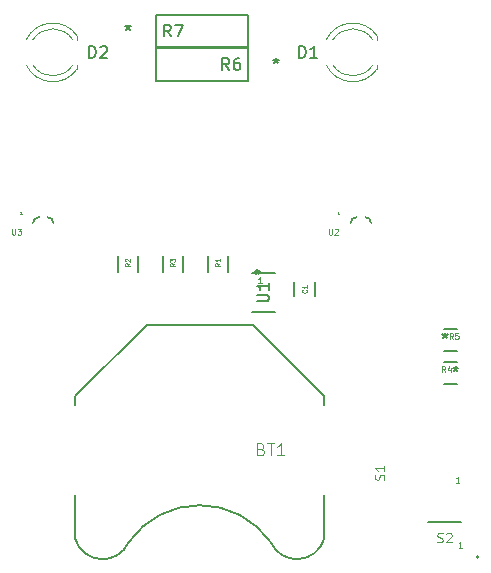
<source format=gto>
G04 #@! TF.GenerationSoftware,KiCad,Pcbnew,(5.1.4)-1*
G04 #@! TF.CreationDate,2020-02-07T15:18:06-05:00*
G04 #@! TF.ProjectId,ledFlasherCircuit,6c656446-6c61-4736-9865-724369726375,rev?*
G04 #@! TF.SameCoordinates,Original*
G04 #@! TF.FileFunction,Legend,Top*
G04 #@! TF.FilePolarity,Positive*
%FSLAX46Y46*%
G04 Gerber Fmt 4.6, Leading zero omitted, Abs format (unit mm)*
G04 Created by KiCad (PCBNEW (5.1.4)-1) date 2020-02-07 15:18:06*
%MOMM*%
%LPD*%
G04 APERTURE LIST*
%ADD10C,0.050000*%
%ADD11C,0.125000*%
%ADD12C,0.127000*%
%ADD13C,0.152400*%
%ADD14C,0.120000*%
%ADD15C,0.200000*%
%ADD16C,0.150000*%
G04 APERTURE END LIST*
D10*
X112942362Y-58124396D02*
X112828077Y-58124396D01*
X112885220Y-58124396D02*
X112885220Y-57924396D01*
X112866172Y-57952967D01*
X112847124Y-57972015D01*
X112828077Y-57981539D01*
X139810482Y-58144716D02*
X139696197Y-58144716D01*
X139753340Y-58144716D02*
X139753340Y-57944716D01*
X139734292Y-57973287D01*
X139715244Y-57992335D01*
X139696197Y-58001859D01*
D11*
X133259177Y-63992890D02*
X132973462Y-63992890D01*
X133116320Y-63992890D02*
X133116320Y-63492890D01*
X133068700Y-63564319D01*
X133021081Y-63611938D01*
X132973462Y-63635747D01*
X150206057Y-86377910D02*
X149920342Y-86377910D01*
X150063200Y-86377910D02*
X150063200Y-85877910D01*
X150015580Y-85949339D01*
X149967961Y-85996958D01*
X149920342Y-86020767D01*
X150002857Y-80871190D02*
X149717142Y-80871190D01*
X149860000Y-80871190D02*
X149860000Y-80371190D01*
X149812380Y-80442619D01*
X149764761Y-80490238D01*
X149717142Y-80514047D01*
D12*
X140765000Y-58892000D02*
G75*
G02X141315000Y-58392000I525000J-25000D01*
G01*
X142515000Y-58892000D02*
G75*
G03X142015000Y-58392000I-500000J0D01*
G01*
D13*
X132393001Y-66397000D02*
X134397001Y-66397000D01*
X134397001Y-63143000D02*
X132393001Y-63143000D01*
X132079700Y-41256900D02*
X124325700Y-41256900D01*
X124325700Y-41256900D02*
X124325700Y-44010900D01*
X124325700Y-44010900D02*
X132079700Y-44010900D01*
X132079700Y-44010900D02*
X132079700Y-41256900D01*
D12*
X115630000Y-58897400D02*
G75*
G03X115130000Y-58397400I-500000J0D01*
G01*
X113880000Y-58897400D02*
G75*
G02X114430000Y-58397400I525000J-25000D01*
G01*
D13*
X124325680Y-44099160D02*
X124325680Y-46853160D01*
X132079680Y-44099160D02*
X124325680Y-44099160D01*
X132079680Y-46853160D02*
X132079680Y-44099160D01*
X124325680Y-46853160D02*
X132079680Y-46853160D01*
D14*
X138726758Y-45530724D02*
G75*
G03X143030000Y-45848749I2243242J1080724D01*
G01*
X138726758Y-43369276D02*
G75*
G02X143030000Y-43051251I2243242J-1080724D01*
G01*
X139287287Y-45530961D02*
G75*
G03X142653330Y-45530000I1682713J1080961D01*
G01*
X139287287Y-43369039D02*
G75*
G02X142653330Y-43370000I1682713J-1080961D01*
G01*
X143030000Y-45849000D02*
X143030000Y-45530000D01*
X143030000Y-43370000D02*
X143030000Y-43051000D01*
D13*
X149755650Y-70700900D02*
X148694350Y-70700900D01*
X148694350Y-72555100D02*
X149755650Y-72555100D01*
X148694350Y-69761100D02*
X149755650Y-69761100D01*
X149755650Y-67906900D02*
X148694350Y-67906900D01*
D12*
X150135000Y-84170000D02*
X147335000Y-84170000D01*
D15*
X151635000Y-87170000D02*
G75*
G03X151635000Y-87170000I-100000J0D01*
G01*
D14*
X113326758Y-45530724D02*
G75*
G03X117630000Y-45848749I2243242J1080724D01*
G01*
X113326758Y-43369276D02*
G75*
G02X117630000Y-43051251I2243242J-1080724D01*
G01*
X113887287Y-45530961D02*
G75*
G03X117253330Y-45530000I1682713J1080961D01*
G01*
X113887287Y-43369039D02*
G75*
G02X117253330Y-43370000I1682713J-1080961D01*
G01*
X117630000Y-45849000D02*
X117630000Y-45530000D01*
X117630000Y-43370000D02*
X117630000Y-43051000D01*
D12*
X138560000Y-85605000D02*
X138560000Y-81915000D01*
X134004999Y-85905008D02*
G75*
G03X138560000Y-85605000I2222161J990218D01*
G01*
X122005042Y-85904939D02*
G75*
G02X134005000Y-85905000I5999958J-4201261D01*
G01*
X117450006Y-85605006D02*
G75*
G03X122005000Y-85905000I2332834J690216D01*
G01*
X117450000Y-81915000D02*
X117450000Y-85605000D01*
X117450000Y-73525000D02*
X117450000Y-74295000D01*
X123505000Y-67535000D02*
X117450000Y-73525000D01*
X132505000Y-67535000D02*
X123505000Y-67535000D01*
X138560000Y-73525000D02*
X132505000Y-67535000D01*
X138560000Y-74295000D02*
X138560000Y-73525000D01*
X136006000Y-65037000D02*
X136006000Y-63897000D01*
X137806000Y-65037000D02*
X137806000Y-63897000D01*
X128690000Y-63007500D02*
X128690000Y-61667500D01*
X130390000Y-63007500D02*
X130390000Y-61667500D01*
X122770000Y-63007500D02*
X122770000Y-61667500D01*
X121070000Y-63007500D02*
X121070000Y-61667500D01*
X124880000Y-63007500D02*
X124880000Y-61667500D01*
X126580000Y-63007500D02*
X126580000Y-61667500D01*
D10*
X138930427Y-59367930D02*
X138930427Y-59772692D01*
X138954237Y-59820311D01*
X138978046Y-59844120D01*
X139025665Y-59867930D01*
X139120903Y-59867930D01*
X139168522Y-59844120D01*
X139192332Y-59820311D01*
X139216141Y-59772692D01*
X139216141Y-59367930D01*
X139430427Y-59415549D02*
X139454237Y-59391740D01*
X139501856Y-59367930D01*
X139620903Y-59367930D01*
X139668522Y-59391740D01*
X139692332Y-59415549D01*
X139716141Y-59463168D01*
X139716141Y-59510787D01*
X139692332Y-59582216D01*
X139406618Y-59867930D01*
X139716141Y-59867930D01*
D16*
X132847381Y-65531904D02*
X133656905Y-65531904D01*
X133752143Y-65484285D01*
X133799762Y-65436666D01*
X133847381Y-65341428D01*
X133847381Y-65150952D01*
X133799762Y-65055714D01*
X133752143Y-65008095D01*
X133656905Y-64960476D01*
X132847381Y-64960476D01*
X133847381Y-63960476D02*
X133847381Y-64531904D01*
X133847381Y-64246190D02*
X132847381Y-64246190D01*
X132990239Y-64341428D01*
X133085477Y-64436666D01*
X133133096Y-64531904D01*
X132892800Y-62789820D02*
X132892800Y-63027916D01*
X132654704Y-62932678D02*
X132892800Y-63027916D01*
X133130895Y-62932678D01*
X132749942Y-63218392D02*
X132892800Y-63027916D01*
X133035657Y-63218392D01*
X125576033Y-43086280D02*
X125242700Y-42610090D01*
X125004604Y-43086280D02*
X125004604Y-42086280D01*
X125385557Y-42086280D01*
X125480795Y-42133900D01*
X125528414Y-42181519D01*
X125576033Y-42276757D01*
X125576033Y-42419614D01*
X125528414Y-42514852D01*
X125480795Y-42562471D01*
X125385557Y-42610090D01*
X125004604Y-42610090D01*
X125909366Y-42086280D02*
X126576033Y-42086280D01*
X126147461Y-43086280D01*
X121932700Y-42086280D02*
X121932700Y-42324376D01*
X121694604Y-42229138D02*
X121932700Y-42324376D01*
X122170795Y-42229138D01*
X121789842Y-42514852D02*
X121932700Y-42324376D01*
X122075557Y-42514852D01*
D10*
X112115647Y-59375550D02*
X112115647Y-59780312D01*
X112139457Y-59827931D01*
X112163266Y-59851740D01*
X112210885Y-59875550D01*
X112306123Y-59875550D01*
X112353742Y-59851740D01*
X112377552Y-59827931D01*
X112401361Y-59780312D01*
X112401361Y-59375550D01*
X112591838Y-59375550D02*
X112901361Y-59375550D01*
X112734695Y-59566026D01*
X112806123Y-59566026D01*
X112853742Y-59589836D01*
X112877552Y-59613645D01*
X112901361Y-59661264D01*
X112901361Y-59780312D01*
X112877552Y-59827931D01*
X112853742Y-59851740D01*
X112806123Y-59875550D01*
X112663266Y-59875550D01*
X112615647Y-59851740D01*
X112591838Y-59827931D01*
D16*
X130496013Y-45928540D02*
X130162680Y-45452350D01*
X129924584Y-45928540D02*
X129924584Y-44928540D01*
X130305537Y-44928540D01*
X130400775Y-44976160D01*
X130448394Y-45023779D01*
X130496013Y-45119017D01*
X130496013Y-45261874D01*
X130448394Y-45357112D01*
X130400775Y-45404731D01*
X130305537Y-45452350D01*
X129924584Y-45452350D01*
X131353156Y-44928540D02*
X131162680Y-44928540D01*
X131067441Y-44976160D01*
X131019822Y-45023779D01*
X130924584Y-45166636D01*
X130876965Y-45357112D01*
X130876965Y-45738064D01*
X130924584Y-45833302D01*
X130972203Y-45880921D01*
X131067441Y-45928540D01*
X131257918Y-45928540D01*
X131353156Y-45880921D01*
X131400775Y-45833302D01*
X131448394Y-45738064D01*
X131448394Y-45499969D01*
X131400775Y-45404731D01*
X131353156Y-45357112D01*
X131257918Y-45309493D01*
X131067441Y-45309493D01*
X130972203Y-45357112D01*
X130924584Y-45404731D01*
X130876965Y-45499969D01*
X134472680Y-44928540D02*
X134472680Y-45166636D01*
X134234584Y-45071398D02*
X134472680Y-45166636D01*
X134710775Y-45071398D01*
X134329822Y-45357112D02*
X134472680Y-45166636D01*
X134615537Y-45357112D01*
X136421904Y-44902380D02*
X136421904Y-43902380D01*
X136660000Y-43902380D01*
X136802857Y-43950000D01*
X136898095Y-44045238D01*
X136945714Y-44140476D01*
X136993333Y-44330952D01*
X136993333Y-44473809D01*
X136945714Y-44664285D01*
X136898095Y-44759523D01*
X136802857Y-44854761D01*
X136660000Y-44902380D01*
X136421904Y-44902380D01*
X137945714Y-44902380D02*
X137374285Y-44902380D01*
X137660000Y-44902380D02*
X137660000Y-43902380D01*
X137564761Y-44045238D01*
X137469523Y-44140476D01*
X137374285Y-44188095D01*
D11*
X148816546Y-71529070D02*
X148649880Y-71290975D01*
X148530832Y-71529070D02*
X148530832Y-71029070D01*
X148721308Y-71029070D01*
X148768927Y-71052880D01*
X148792737Y-71076689D01*
X148816546Y-71124308D01*
X148816546Y-71195737D01*
X148792737Y-71243356D01*
X148768927Y-71267165D01*
X148721308Y-71290975D01*
X148530832Y-71290975D01*
X149245118Y-71195737D02*
X149245118Y-71529070D01*
X149126070Y-71005260D02*
X149007022Y-71362403D01*
X149316546Y-71362403D01*
D16*
X149672040Y-71009260D02*
X149672040Y-71247356D01*
X149433944Y-71152118D02*
X149672040Y-71247356D01*
X149910135Y-71152118D01*
X149529182Y-71437832D02*
X149672040Y-71247356D01*
X149814897Y-71437832D01*
D11*
X149446466Y-68707130D02*
X149279800Y-68469035D01*
X149160752Y-68707130D02*
X149160752Y-68207130D01*
X149351228Y-68207130D01*
X149398847Y-68230940D01*
X149422657Y-68254749D01*
X149446466Y-68302368D01*
X149446466Y-68373797D01*
X149422657Y-68421416D01*
X149398847Y-68445225D01*
X149351228Y-68469035D01*
X149160752Y-68469035D01*
X149898847Y-68207130D02*
X149660752Y-68207130D01*
X149636942Y-68445225D01*
X149660752Y-68421416D01*
X149708371Y-68397606D01*
X149827419Y-68397606D01*
X149875038Y-68421416D01*
X149898847Y-68445225D01*
X149922657Y-68492844D01*
X149922657Y-68611892D01*
X149898847Y-68659511D01*
X149875038Y-68683320D01*
X149827419Y-68707130D01*
X149708371Y-68707130D01*
X149660752Y-68683320D01*
X149636942Y-68659511D01*
D16*
X148777960Y-68179700D02*
X148777960Y-68417796D01*
X148539864Y-68322558D02*
X148777960Y-68417796D01*
X149016055Y-68322558D01*
X148635102Y-68608272D02*
X148777960Y-68417796D01*
X148920817Y-68608272D01*
D10*
X148126398Y-85889532D02*
X148240945Y-85927714D01*
X148431859Y-85927714D01*
X148508224Y-85889532D01*
X148546406Y-85851349D01*
X148584589Y-85774984D01*
X148584589Y-85698619D01*
X148546406Y-85622253D01*
X148508224Y-85584071D01*
X148431859Y-85545888D01*
X148279128Y-85507706D01*
X148202763Y-85469523D01*
X148164580Y-85431340D01*
X148126398Y-85354975D01*
X148126398Y-85278610D01*
X148164580Y-85202245D01*
X148202763Y-85164062D01*
X148279128Y-85125879D01*
X148470041Y-85125879D01*
X148584589Y-85164062D01*
X148890050Y-85202245D02*
X148928233Y-85164062D01*
X149004598Y-85125879D01*
X149195511Y-85125879D01*
X149271876Y-85164062D01*
X149310059Y-85202245D01*
X149348241Y-85278610D01*
X149348241Y-85354975D01*
X149310059Y-85469523D01*
X148851867Y-85927714D01*
X149348241Y-85927714D01*
D16*
X118641904Y-44902380D02*
X118641904Y-43902380D01*
X118880000Y-43902380D01*
X119022857Y-43950000D01*
X119118095Y-44045238D01*
X119165714Y-44140476D01*
X119213333Y-44330952D01*
X119213333Y-44473809D01*
X119165714Y-44664285D01*
X119118095Y-44759523D01*
X119022857Y-44854761D01*
X118880000Y-44902380D01*
X118641904Y-44902380D01*
X119594285Y-43997619D02*
X119641904Y-43950000D01*
X119737142Y-43902380D01*
X119975238Y-43902380D01*
X120070476Y-43950000D01*
X120118095Y-43997619D01*
X120165714Y-44092857D01*
X120165714Y-44188095D01*
X120118095Y-44330952D01*
X119546666Y-44902380D01*
X120165714Y-44902380D01*
D10*
X133199285Y-78033571D02*
X133342142Y-78081190D01*
X133389761Y-78128809D01*
X133437380Y-78224047D01*
X133437380Y-78366904D01*
X133389761Y-78462142D01*
X133342142Y-78509761D01*
X133246904Y-78557380D01*
X132865952Y-78557380D01*
X132865952Y-77557380D01*
X133199285Y-77557380D01*
X133294523Y-77605000D01*
X133342142Y-77652619D01*
X133389761Y-77747857D01*
X133389761Y-77843095D01*
X133342142Y-77938333D01*
X133294523Y-77985952D01*
X133199285Y-78033571D01*
X132865952Y-78033571D01*
X133723095Y-77557380D02*
X134294523Y-77557380D01*
X134008809Y-78557380D02*
X134008809Y-77557380D01*
X135151666Y-78557380D02*
X134580238Y-78557380D01*
X134865952Y-78557380D02*
X134865952Y-77557380D01*
X134770714Y-77700238D01*
X134675476Y-77795476D01*
X134580238Y-77843095D01*
X137046607Y-64533356D02*
X137065355Y-64552104D01*
X137084102Y-64608347D01*
X137084102Y-64645842D01*
X137065355Y-64702085D01*
X137027859Y-64739581D01*
X136990364Y-64758328D01*
X136915373Y-64777076D01*
X136859130Y-64777076D01*
X136784140Y-64758328D01*
X136746644Y-64739581D01*
X136709149Y-64702085D01*
X136690401Y-64645842D01*
X136690401Y-64608347D01*
X136709149Y-64552104D01*
X136727897Y-64533356D01*
X137084102Y-64158403D02*
X137084102Y-64383375D01*
X137084102Y-64270889D02*
X136690401Y-64270889D01*
X136746644Y-64308384D01*
X136784140Y-64345880D01*
X136802887Y-64383375D01*
X143606753Y-80647035D02*
X143644915Y-80532551D01*
X143644915Y-80341742D01*
X143606753Y-80265419D01*
X143568592Y-80227258D01*
X143492268Y-80189096D01*
X143415945Y-80189096D01*
X143339622Y-80227258D01*
X143301460Y-80265419D01*
X143263299Y-80341742D01*
X143225137Y-80494389D01*
X143186975Y-80570712D01*
X143148814Y-80608874D01*
X143072491Y-80647035D01*
X142996167Y-80647035D01*
X142919844Y-80608874D01*
X142881683Y-80570712D01*
X142843521Y-80494389D01*
X142843521Y-80303581D01*
X142881683Y-80189096D01*
X143644915Y-79425864D02*
X143644915Y-79883803D01*
X143644915Y-79654833D02*
X142843521Y-79654833D01*
X142958006Y-79731157D01*
X143034329Y-79807480D01*
X143072491Y-79883803D01*
X129718102Y-62295616D02*
X129530626Y-62426850D01*
X129718102Y-62520588D02*
X129324401Y-62520588D01*
X129324401Y-62370607D01*
X129343149Y-62333112D01*
X129361897Y-62314364D01*
X129399392Y-62295616D01*
X129455635Y-62295616D01*
X129493130Y-62314364D01*
X129511878Y-62333112D01*
X129530626Y-62370607D01*
X129530626Y-62520588D01*
X129718102Y-61920663D02*
X129718102Y-62145635D01*
X129718102Y-62033149D02*
X129324401Y-62033149D01*
X129380644Y-62070644D01*
X129418140Y-62108140D01*
X129436887Y-62145635D01*
X122098102Y-62295616D02*
X121910626Y-62426850D01*
X122098102Y-62520588D02*
X121704401Y-62520588D01*
X121704401Y-62370607D01*
X121723149Y-62333112D01*
X121741897Y-62314364D01*
X121779392Y-62295616D01*
X121835635Y-62295616D01*
X121873130Y-62314364D01*
X121891878Y-62333112D01*
X121910626Y-62370607D01*
X121910626Y-62520588D01*
X121741897Y-62145635D02*
X121723149Y-62126887D01*
X121704401Y-62089392D01*
X121704401Y-61995654D01*
X121723149Y-61958158D01*
X121741897Y-61939411D01*
X121779392Y-61920663D01*
X121816887Y-61920663D01*
X121873130Y-61939411D01*
X122098102Y-62164383D01*
X122098102Y-61920663D01*
X125908102Y-62295616D02*
X125720626Y-62426850D01*
X125908102Y-62520588D02*
X125514401Y-62520588D01*
X125514401Y-62370607D01*
X125533149Y-62333112D01*
X125551897Y-62314364D01*
X125589392Y-62295616D01*
X125645635Y-62295616D01*
X125683130Y-62314364D01*
X125701878Y-62333112D01*
X125720626Y-62370607D01*
X125720626Y-62520588D01*
X125514401Y-62164383D02*
X125514401Y-61920663D01*
X125664383Y-62051897D01*
X125664383Y-61995654D01*
X125683130Y-61958158D01*
X125701878Y-61939411D01*
X125739373Y-61920663D01*
X125833112Y-61920663D01*
X125870607Y-61939411D01*
X125889355Y-61958158D01*
X125908102Y-61995654D01*
X125908102Y-62108140D01*
X125889355Y-62145635D01*
X125870607Y-62164383D01*
M02*

</source>
